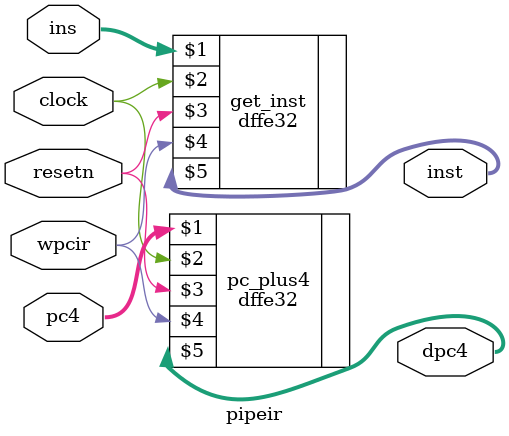
<source format=v>
module pipeir( pc4,ins,wpcir,clock,resetn,dpc4,inst);
	input [31:0] pc4,ins;
	input wpcir,clock,resetn;
	output[31:0] dpc4,inst;
	
	dffe32 pc_plus4(pc4,clock,resetn,wpcir,dpc4);
	dffe32 get_inst(ins,clock,resetn,wpcir,inst);
endmodule

</source>
